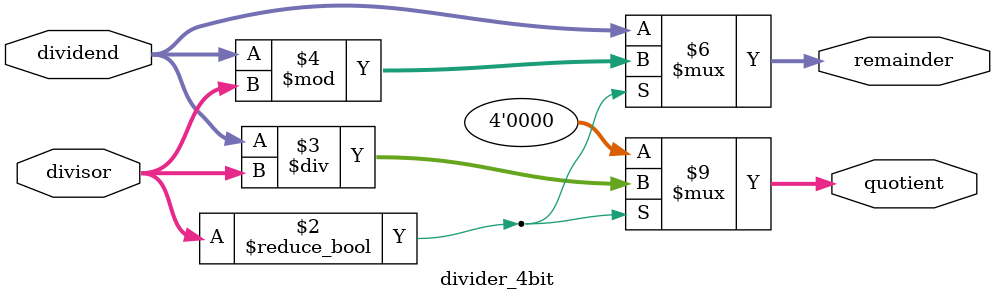
<source format=v>
module divider_4bit (
    input  [3:0] dividend,
    input  [3:0] divisor,
    output reg [3:0] quotient,
    output reg [3:0] remainder
);
    always @(*) begin
        if (divisor != 0) begin
            quotient = dividend / divisor;
            remainder = dividend % divisor;
        end else begin
            quotient = 4'b0000;
            remainder = dividend; // Undefined case handled
        end
    end
endmodule

</source>
